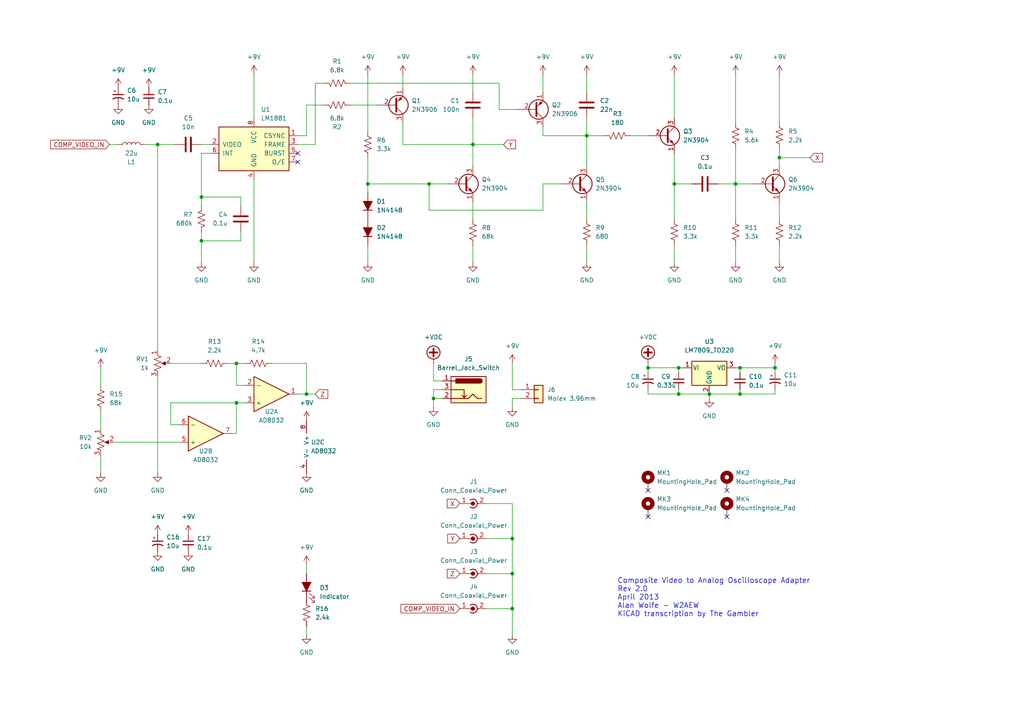
<source format=kicad_sch>
(kicad_sch (version 20211123) (generator eeschema)
  (paper "A4")
  (lib_symbols
    (symbol "Connector:Barrel_Jack_Switch" (pin_names hide)
      (property "Reference" "J" (at 0 5.334 0))
      (property "Value" "Barrel_Jack_Switch" (at 0 -5.08 0))
      (symbol "Barrel_Jack_Switch_0_1"
        (rectangle (start -5.08 3.81) (end 5.08 -3.81) (stroke (width 0.254)) (fill (type background)))
        (arc (start -3.302 3.175) (mid -3.937 2.54) (end -3.302 1.905) (stroke (width 0.254)))
        (arc (start -3.302 3.175) (mid -3.937 2.54) (end -3.302 1.905) (stroke (width 0.254)) (fill (type outline)))
        (polyline (pts (xy 1.27 -2.286) (xy 1.905 -1.651)) (stroke (width 0.254)))
        (polyline (pts (xy 5.08 2.54) (xy 3.81 2.54)) (stroke (width 0.254)))
        (polyline (pts (xy 5.08 0) (xy 1.27 0) (xy 1.27 -2.286) (xy 0.635 -1.651)) (stroke (width 0.254)))
        (polyline (pts (xy -3.81 -2.54) (xy -2.54 -2.54) (xy -1.27 -1.27) (xy 0 -2.54) (xy 2.54 -2.54) (xy 5.08 -2.54)) (stroke (width 0.254)))
        (rectangle (start 3.683 3.175) (end -3.302 1.905) (stroke (width 0.254)) (fill (type outline)))
      )
      (symbol "Barrel_Jack_Switch_1_1"
        (pin passive line (at 7.62 2.54 180) (length 2.54) (name "~") (number "1"))
        (pin passive line (at 7.62 -2.54 180) (length 2.54) (name "~") (number "2"))
        (pin passive line (at 7.62 0 180) (length 2.54) (name "~") (number "3"))
      )
    )
    (symbol "Connector:Conn_Coaxial_Power" (pin_names (offset 1.016) hide)
      (property "Reference" "J" (at -5.08 -1.27 90))
      (property "Value" "Conn_Coaxial_Power" (at -3.175 -1.27 90))
      (symbol "Conn_Coaxial_Power_0_1"
        (arc (start -1.27 -1.27) (mid 0 -2.54) (end 1.27 -1.27) (stroke (width 0.254)))
        (arc (start -1.016 -0.508) (mid -1.2048 -0.8684) (end -1.27 -1.27) (stroke (width 0.254)))
        (circle (center 0 -1.27) (radius 0.508) (stroke (width 0.2032)) (fill (type outline)))
        (polyline (pts (xy 0 -2.54) (xy 0 -3.048)))
        (polyline (pts (xy 0 0) (xy 0 -1.27)))
        (arc (start 1.27 -1.27) (mid 1.2048 -0.8684) (end 1.016 -0.508) (stroke (width 0.254)))
      )
      (symbol "Conn_Coaxial_Power_1_1"
        (pin passive line (at 0 2.54 270) (length 2.54) (name "In") (number "1"))
        (pin passive line (at 0 -5.08 90) (length 2.54) (name "Ext") (number "2"))
      )
    )
    (symbol "Connector_Generic:Conn_01x02" (pin_names (offset 1.016) hide)
      (property "Reference" "J" (at 0 2.54 0))
      (property "Value" "Conn_01x02" (at 0 -5.08 0))
      (symbol "Conn_01x02_1_1"
        (rectangle (start -1.27 -2.413) (end 0 -2.667) (stroke (width 0.1524)))
        (rectangle (start -1.27 0.127) (end 0 -0.127) (stroke (width 0.1524)))
        (rectangle (start -1.27 1.27) (end 1.27 -3.81) (stroke (width 0.254)) (fill (type background)))
        (pin passive line (at -5.08 0 0) (length 3.81) (name "Pin_1") (number "1"))
        (pin passive line (at -5.08 -2.54 0) (length 3.81) (name "Pin_2") (number "2"))
      )
    )
    (symbol "Device:C" (pin_numbers hide) (pin_names (offset 0.254))
      (property "Reference" "C" (at 0.635 2.54 0))
      (property "Value" "C" (at 0.635 -2.54 0))
      (symbol "C_0_1"
        (polyline (pts (xy -2.032 -0.762) (xy 2.032 -0.762)) (stroke (width 0.508)))
        (polyline (pts (xy -2.032 0.762) (xy 2.032 0.762)) (stroke (width 0.508)))
      )
      (symbol "C_1_1"
        (pin passive line (at 0 3.81 270) (length 2.794) (name "~") (number "1"))
        (pin passive line (at 0 -3.81 90) (length 2.794) (name "~") (number "2"))
      )
    )
    (symbol "Device:C_Polarized_Small_US" (pin_numbers hide) (pin_names (offset 0.254) hide)
      (property "Reference" "C" (at 0.254 1.778 0))
      (property "Value" "C_Polarized_Small_US" (at 0.254 -2.032 0))
      (symbol "C_Polarized_Small_US_0_1"
        (polyline (pts (xy -1.524 0.508) (xy 1.524 0.508)) (stroke (width 0.3048)))
        (polyline (pts (xy -1.27 1.524) (xy -0.762 1.524)))
        (polyline (pts (xy -1.016 1.27) (xy -1.016 1.778)))
        (arc (start 1.524 -0.762) (mid 0 -0.3734) (end -1.524 -0.762) (stroke (width 0.3048)))
      )
      (symbol "C_Polarized_Small_US_1_1"
        (pin passive line (at 0 2.54 270) (length 2.032) (name "~") (number "1"))
        (pin passive line (at 0 -2.54 90) (length 2.032) (name "~") (number "2"))
      )
    )
    (symbol "Device:C_Small" (pin_numbers hide) (pin_names (offset 0.254) hide)
      (property "Reference" "C" (at 0.254 1.778 0))
      (property "Value" "C_Small" (at 0.254 -2.032 0))
      (symbol "C_Small_0_1"
        (polyline (pts (xy -1.524 -0.508) (xy 1.524 -0.508)) (stroke (width 0.3302)))
        (polyline (pts (xy -1.524 0.508) (xy 1.524 0.508)) (stroke (width 0.3048)))
      )
      (symbol "C_Small_1_1"
        (pin passive line (at 0 2.54 270) (length 2.032) (name "~") (number "1"))
        (pin passive line (at 0 -2.54 90) (length 2.032) (name "~") (number "2"))
      )
    )
    (symbol "Device:D_Filled" (pin_numbers hide) (pin_names (offset 1.016) hide)
      (property "Reference" "D" (at 0 2.54 0))
      (property "Value" "D_Filled" (at 0 -2.54 0))
      (symbol "D_Filled_0_1"
        (polyline (pts (xy -1.27 1.27) (xy -1.27 -1.27)) (stroke (width 0.254)))
        (polyline (pts (xy 1.27 0) (xy -1.27 0)))
        (polyline (pts (xy 1.27 1.27) (xy 1.27 -1.27) (xy -1.27 0) (xy 1.27 1.27)) (stroke (width 0.254)) (fill (type outline)))
      )
      (symbol "D_Filled_1_1"
        (pin passive line (at -3.81 0 0) (length 2.54) (name "K") (number "1"))
        (pin passive line (at 3.81 0 180) (length 2.54) (name "A") (number "2"))
      )
    )
    (symbol "Device:L" (pin_numbers hide) (pin_names (offset 1.016) hide)
      (property "Reference" "L" (at -1.27 0 90))
      (property "Value" "L" (at 1.905 0 90))
      (symbol "L_0_1"
        (arc (start 0 -2.54) (mid 0.635 -1.905) (end 0 -1.27))
        (arc (start 0 -1.27) (mid 0.635 -0.635) (end 0 0))
        (arc (start 0 0) (mid 0.635 0.635) (end 0 1.27))
        (arc (start 0 1.27) (mid 0.635 1.905) (end 0 2.54))
      )
      (symbol "L_1_1"
        (pin passive line (at 0 3.81 270) (length 1.27) (name "1") (number "1"))
        (pin passive line (at 0 -3.81 90) (length 1.27) (name "2") (number "2"))
      )
    )
    (symbol "Device:LED_Filled" (pin_numbers hide) (pin_names (offset 1.016) hide)
      (property "Reference" "D" (at 0 2.54 0))
      (property "Value" "LED_Filled" (at 0 -2.54 0))
      (symbol "LED_Filled_0_1"
        (polyline (pts (xy -1.27 -1.27) (xy -1.27 1.27)) (stroke (width 0.254)))
        (polyline (pts (xy -1.27 0) (xy 1.27 0)))
        (polyline (pts (xy 1.27 -1.27) (xy 1.27 1.27) (xy -1.27 0) (xy 1.27 -1.27)) (stroke (width 0.254)) (fill (type outline)))
        (polyline (pts (xy -3.048 -0.762) (xy -4.572 -2.286) (xy -3.81 -2.286) (xy -4.572 -2.286) (xy -4.572 -1.524)))
        (polyline (pts (xy -1.778 -0.762) (xy -3.302 -2.286) (xy -2.54 -2.286) (xy -3.302 -2.286) (xy -3.302 -1.524)))
      )
      (symbol "LED_Filled_1_1"
        (pin passive line (at -3.81 0 0) (length 2.54) (name "K") (number "1"))
        (pin passive line (at 3.81 0 180) (length 2.54) (name "A") (number "2"))
      )
    )
    (symbol "Device:Opamp_Dual"
      (property "Reference" "U" (at 0 5.08 0))
      (property "Value" "Opamp_Dual" (at 0 -5.08 0))
      (symbol "Opamp_Dual_1_1"
        (polyline (pts (xy -5.08 5.08) (xy 5.08 0) (xy -5.08 -5.08) (xy -5.08 5.08)) (stroke (width 0.254)) (fill (type background)))
        (pin output line (at 7.62 0 180) (length 2.54) (name "~") (number "1"))
        (pin input line (at -7.62 -2.54 0) (length 2.54) (name "-") (number "2"))
        (pin input line (at -7.62 2.54 0) (length 2.54) (name "+") (number "3"))
      )
      (symbol "Opamp_Dual_2_1"
        (polyline (pts (xy -5.08 5.08) (xy 5.08 0) (xy -5.08 -5.08) (xy -5.08 5.08)) (stroke (width 0.254)) (fill (type background)))
        (pin input line (at -7.62 2.54 0) (length 2.54) (name "+") (number "5"))
        (pin input line (at -7.62 -2.54 0) (length 2.54) (name "-") (number "6"))
        (pin output line (at 7.62 0 180) (length 2.54) (name "~") (number "7"))
      )
      (symbol "Opamp_Dual_3_1"
        (pin power_in line (at -2.54 -7.62 90) (length 3.81) (name "V-") (number "4"))
        (pin power_in line (at -2.54 7.62 270) (length 3.81) (name "V+") (number "8"))
      )
    )
    (symbol "Device:R_Potentiometer_US" (pin_names (offset 1.016) hide)
      (property "Reference" "RV" (at -4.445 0 90))
      (property "Value" "R_Potentiometer_US" (at -2.54 0 90))
      (symbol "R_Potentiometer_US_0_1"
        (polyline (pts (xy 0 -2.286) (xy 0 -2.54)))
        (polyline (pts (xy 0 2.54) (xy 0 2.286)))
        (polyline (pts (xy 2.54 0) (xy 1.524 0)))
        (polyline (pts (xy 1.143 0) (xy 2.286 0.508) (xy 2.286 -0.508) (xy 1.143 0)) (fill (type outline)))
        (polyline (pts (xy 0 -0.762) (xy 1.016 -1.143) (xy 0 -1.524) (xy -1.016 -1.905) (xy 0 -2.286)))
        (polyline (pts (xy 0 0.762) (xy 1.016 0.381) (xy 0 0) (xy -1.016 -0.381) (xy 0 -0.762)))
        (polyline (pts (xy 0 2.286) (xy 1.016 1.905) (xy 0 1.524) (xy -1.016 1.143) (xy 0 0.762)))
      )
      (symbol "R_Potentiometer_US_1_1"
        (pin passive line (at 0 3.81 270) (length 1.27) (name "1") (number "1"))
        (pin passive line (at 3.81 0 180) (length 1.27) (name "2") (number "2"))
        (pin passive line (at 0 -3.81 90) (length 1.27) (name "3") (number "3"))
      )
    )
    (symbol "Device:R_US" (pin_numbers hide) (pin_names (offset 0))
      (property "Reference" "R" (at 2.54 0 90))
      (property "Value" "R_US" (at -2.54 0 90))
      (symbol "R_US_0_1"
        (polyline (pts (xy 0 -2.286) (xy 0 -2.54)))
        (polyline (pts (xy 0 2.286) (xy 0 2.54)))
        (polyline (pts (xy 0 -0.762) (xy 1.016 -1.143) (xy 0 -1.524) (xy -1.016 -1.905) (xy 0 -2.286)))
        (polyline (pts (xy 0 0.762) (xy 1.016 0.381) (xy 0 0) (xy -1.016 -0.381) (xy 0 -0.762)))
        (polyline (pts (xy 0 2.286) (xy 1.016 1.905) (xy 0 1.524) (xy -1.016 1.143) (xy 0 0.762)))
      )
      (symbol "R_US_1_1"
        (pin passive line (at 0 3.81 270) (length 1.27) (name "~") (number "1"))
        (pin passive line (at 0 -3.81 90) (length 1.27) (name "~") (number "2"))
      )
    )
    (symbol "Mechanical:MountingHole_Pad" (pin_numbers hide) (pin_names (offset 1.016) hide)
      (property "Reference" "H" (at 0 6.35 0))
      (property "Value" "MountingHole_Pad" (at 0 4.445 0))
      (symbol "MountingHole_Pad_0_1"
        (circle (center 0 1.27) (radius 1.27) (stroke (width 1.27)))
      )
      (symbol "MountingHole_Pad_1_1"
        (pin input line (at 0 -2.54 90) (length 2.54) (name "1") (number "1"))
      )
    )
    (symbol "Regulator_Linear:LM7809_TO220" (pin_names (offset 0.254))
      (property "Reference" "U" (at -3.81 3.175 0))
      (property "Value" "LM7809_TO220" (at 0 3.175 0))
      (symbol "LM7809_TO220_0_1"
        (rectangle (start -5.08 1.905) (end 5.08 -5.08) (stroke (width 0.254)) (fill (type background)))
      )
      (symbol "LM7809_TO220_1_1"
        (pin power_in line (at -7.62 0 0) (length 2.54) (name "VI") (number "1"))
        (pin power_in line (at 0 -7.62 90) (length 2.54) (name "GND") (number "2"))
        (pin power_out line (at 7.62 0 180) (length 2.54) (name "VO") (number "3"))
      )
    )
    (symbol "Transistor_BJT:2N3904" (pin_names (offset 0) hide)
      (property "Reference" "Q" (at 5.08 1.905 0))
      (property "Value" "2N3904" (at 5.08 0 0))
      (symbol "2N3904_0_1"
        (polyline (pts (xy 0.635 0.635) (xy 2.54 2.54)))
        (polyline (pts (xy 0.635 -0.635) (xy 2.54 -2.54) (xy 2.54 -2.54)))
        (polyline (pts (xy 0.635 1.905) (xy 0.635 -1.905) (xy 0.635 -1.905)) (stroke (width 0.508)))
        (polyline (pts (xy 1.27 -1.778) (xy 1.778 -1.27) (xy 2.286 -2.286) (xy 1.27 -1.778) (xy 1.27 -1.778)) (fill (type outline)))
        (circle (center 1.27 0) (radius 2.8194) (stroke (width 0.254)))
      )
      (symbol "2N3904_1_1"
        (pin passive line (at 2.54 -5.08 90) (length 2.54) (name "E") (number "1"))
        (pin passive line (at -5.08 0 0) (length 5.715) (name "B") (number "2"))
        (pin passive line (at 2.54 5.08 270) (length 2.54) (name "C") (number "3"))
      )
    )
    (symbol "Transistor_BJT:2N3906" (pin_names (offset 0) hide)
      (property "Reference" "Q" (at 5.08 1.905 0))
      (property "Value" "2N3906" (at 5.08 0 0))
      (symbol "2N3906_0_1"
        (polyline (pts (xy 0.635 0.635) (xy 2.54 2.54)))
        (polyline (pts (xy 0.635 -0.635) (xy 2.54 -2.54) (xy 2.54 -2.54)))
        (polyline (pts (xy 0.635 1.905) (xy 0.635 -1.905) (xy 0.635 -1.905)) (stroke (width 0.508)))
        (polyline (pts (xy 2.286 -1.778) (xy 1.778 -2.286) (xy 1.27 -1.27) (xy 2.286 -1.778) (xy 2.286 -1.778)) (fill (type outline)))
        (circle (center 1.27 0) (radius 2.8194) (stroke (width 0.254)))
      )
      (symbol "2N3906_1_1"
        (pin passive line (at 2.54 -5.08 90) (length 2.54) (name "E") (number "1"))
        (pin input line (at -5.08 0 0) (length 5.715) (name "B") (number "2"))
        (pin passive line (at 2.54 5.08 270) (length 2.54) (name "C") (number "3"))
      )
    )
    (symbol "Video:LM1881" (pin_names (offset 1.016))
      (property "Reference" "U" (at -8.89 8.89 0))
      (property "Value" "LM1881" (at 6.35 8.89 0))
      (symbol "LM1881_0_1"
        (rectangle (start -10.16 7.62) (end 10.16 -5.08) (stroke (width 0.254)) (fill (type background)))
      )
      (symbol "LM1881_1_1"
        (pin output line (at 12.7 5.08 180) (length 2.54) (name "CSYNC") (number "1"))
        (pin input line (at -12.7 2.54 0) (length 2.54) (name "VIDEO") (number "2"))
        (pin output line (at 12.7 2.54 180) (length 2.54) (name "FRAME") (number "3"))
        (pin power_in line (at 0 -7.62 90) (length 2.54) (name "GND") (number "4"))
        (pin output line (at 12.7 0 180) (length 2.54) (name "BURST") (number "5"))
        (pin input line (at -12.7 0 0) (length 2.54) (name "INT") (number "6"))
        (pin output line (at 12.7 -2.54 180) (length 2.54) (name "O/E") (number "7"))
        (pin power_in line (at 0 10.16 270) (length 2.54) (name "VCC") (number "8"))
      )
    )
    (symbol "power:+9V" (power) (pin_names (offset 0))
      (property "Value" "+9V" (at 0 3.556 0))
      (symbol "+9V_0_1"
        (polyline (pts (xy -0.762 1.27) (xy 0 2.54)))
        (polyline (pts (xy 0 0) (xy 0 2.54)))
        (polyline (pts (xy 0 2.54) (xy 0.762 1.27)))
      )
      (symbol "+9V_1_1"
        (pin power_in line (at 0 0 90) (length 0) hide (name "+9V") (number "1"))
      )
    )
    (symbol "power:+VDC" (power) (pin_names (offset 0))
      (property "Value" "+VDC" (at 0 6.35 0))
      (symbol "+VDC_0_1"
        (polyline (pts (xy -1.143 3.175) (xy 1.143 3.175)) (stroke (width 0.508)))
        (polyline (pts (xy 0 0) (xy 0 1.27)))
        (polyline (pts (xy 0 2.032) (xy 0 4.318)) (stroke (width 0.508)))
        (circle (center 0 3.175) (radius 1.905) (stroke (width 0.254)))
      )
      (symbol "+VDC_1_1"
        (pin power_in line (at 0 0 90) (length 0) hide (name "+VDC") (number "1"))
      )
    )
    (symbol "power:GND" (power) (pin_names (offset 0))
      (property "Value" "GND" (at 0 -3.81 0))
      (symbol "GND_0_1"
        (polyline (pts (xy 0 0) (xy 0 -1.27) (xy 1.27 -1.27) (xy 0 -2.54) (xy -1.27 -1.27) (xy 0 -1.27)))
      )
      (symbol "GND_1_1"
        (pin power_in line (at 0 0 270) (length 0) hide (name "GND") (number "1"))
      )
    )
  )
  (junction (at 205.74 114.3))
  (junction (at 196.85 106.68))
  (junction (at 148.59 166.37))
  (junction (at 125.73 115.57))
  (junction (at 58.42 69.85))
  (junction (at 88.9 114.3))
  (junction (at 214.63 114.3))
  (junction (at 195.58 53.34))
  (junction (at 68.58 105.41))
  (junction (at 196.85 114.3))
  (junction (at 106.68 53.34))
  (junction (at 224.79 106.68))
  (junction (at 68.58 116.84))
  (junction (at 214.63 106.68))
  (junction (at 58.42 57.15))
  (junction (at 213.36 53.34))
  (junction (at 148.59 156.21))
  (junction (at 226.06 45.72))
  (junction (at 137.16 41.91))
  (junction (at 45.72 41.91))
  (junction (at 148.59 176.53))
  (junction (at 124.46 53.34))
  (junction (at 187.96 106.68))
  (junction (at 170.18 39.37))
  (no_connect (at 86.36 46.99))
  (no_connect (at 86.36 44.45))
  (no_connect (at 210.82 149.86))
  (no_connect (at 187.96 149.86))
  (no_connect (at 187.96 142.24))
  (no_connect (at 210.82 142.24))
  (wire (pts (xy 86.36 39.37) (xy 88.9 39.37)))
  (wire (pts (xy 195.58 53.34) (xy 195.58 63.5)))
  (wire (pts (xy 66.04 105.41) (xy 68.58 105.41)))
  (wire (pts (xy 170.18 21.59) (xy 170.18 26.67)))
  (wire (pts (xy 101.6 24.13) (xy 144.78 24.13)))
  (wire (pts (xy 213.36 106.68) (xy 214.63 106.68)))
  (wire (pts (xy 182.88 39.37) (xy 187.96 39.37)))
  (wire (pts (xy 140.97 146.05) (xy 148.59 146.05)))
  (wire (pts (xy 88.9 163.83) (xy 88.9 166.37)))
  (wire (pts (xy 29.21 119.38) (xy 29.21 124.46)))
  (wire (pts (xy 205.74 114.3) (xy 205.74 115.57)))
  (wire (pts (xy 226.06 71.12) (xy 226.06 76.2)))
  (wire (pts (xy 137.16 41.91) (xy 137.16 48.26)))
  (wire (pts (xy 125.73 110.49) (xy 128.27 110.49)))
  (wire (pts (xy 125.73 105.41) (xy 125.73 110.49)))
  (wire (pts (xy 148.59 166.37) (xy 148.59 176.53)))
  (wire (pts (xy 195.58 71.12) (xy 195.58 76.2)))
  (wire (pts (xy 148.59 105.41) (xy 148.59 113.03)))
  (wire (pts (xy 86.36 41.91) (xy 91.44 41.91)))
  (wire (pts (xy 170.18 34.29) (xy 170.18 39.37)))
  (wire (pts (xy 88.9 114.3) (xy 86.36 114.3)))
  (wire (pts (xy 144.78 31.75) (xy 144.78 24.13)))
  (wire (pts (xy 140.97 176.53) (xy 148.59 176.53)))
  (wire (pts (xy 205.74 114.3) (xy 214.63 114.3)))
  (wire (pts (xy 226.06 45.72) (xy 234.95 45.72)))
  (wire (pts (xy 137.16 71.12) (xy 137.16 76.2)))
  (wire (pts (xy 140.97 156.21) (xy 148.59 156.21)))
  (wire (pts (xy 69.85 67.31) (xy 69.85 69.85)))
  (wire (pts (xy 170.18 71.12) (xy 170.18 76.2)))
  (wire (pts (xy 69.85 69.85) (xy 58.42 69.85)))
  (wire (pts (xy 58.42 69.85) (xy 58.42 76.2)))
  (wire (pts (xy 213.36 53.34) (xy 213.36 63.5)))
  (wire (pts (xy 148.59 156.21) (xy 148.59 166.37)))
  (wire (pts (xy 226.06 43.18) (xy 226.06 45.72)))
  (wire (pts (xy 196.85 106.68) (xy 196.85 107.95)))
  (wire (pts (xy 69.85 57.15) (xy 58.42 57.15)))
  (wire (pts (xy 148.59 113.03) (xy 151.13 113.03)))
  (wire (pts (xy 195.58 21.59) (xy 195.58 34.29)))
  (wire (pts (xy 140.97 166.37) (xy 148.59 166.37)))
  (wire (pts (xy 116.84 41.91) (xy 137.16 41.91)))
  (wire (pts (xy 101.6 30.48) (xy 109.22 30.48)))
  (wire (pts (xy 41.91 41.91) (xy 45.72 41.91)))
  (wire (pts (xy 157.48 36.83) (xy 157.48 39.37)))
  (wire (pts (xy 106.68 21.59) (xy 106.68 38.1)))
  (wire (pts (xy 71.12 111.76) (xy 68.58 111.76)))
  (wire (pts (xy 45.72 41.91) (xy 45.72 101.6)))
  (wire (pts (xy 213.36 71.12) (xy 213.36 76.2)))
  (wire (pts (xy 31.75 41.91) (xy 34.29 41.91)))
  (wire (pts (xy 49.53 123.19) (xy 49.53 116.84)))
  (wire (pts (xy 214.63 106.68) (xy 224.79 106.68)))
  (wire (pts (xy 29.21 132.08) (xy 29.21 137.16)))
  (wire (pts (xy 106.68 45.72) (xy 106.68 53.34)))
  (wire (pts (xy 88.9 181.61) (xy 88.9 184.15)))
  (wire (pts (xy 45.72 41.91) (xy 50.8 41.91)))
  (wire (pts (xy 213.36 43.18) (xy 213.36 53.34)))
  (wire (pts (xy 213.36 53.34) (xy 218.44 53.34)))
  (wire (pts (xy 224.79 106.68) (xy 224.79 107.95)))
  (wire (pts (xy 187.96 105.41) (xy 187.96 106.68)))
  (wire (pts (xy 196.85 113.03) (xy 196.85 114.3)))
  (wire (pts (xy 157.48 53.34) (xy 157.48 60.96)))
  (wire (pts (xy 88.9 105.41) (xy 88.9 114.3)))
  (wire (pts (xy 226.06 58.42) (xy 226.06 63.5)))
  (wire (pts (xy 91.44 24.13) (xy 93.98 24.13)))
  (wire (pts (xy 162.56 53.34) (xy 157.48 53.34)))
  (wire (pts (xy 33.02 128.27) (xy 52.07 128.27)))
  (wire (pts (xy 213.36 21.59) (xy 213.36 35.56)))
  (wire (pts (xy 214.63 113.03) (xy 214.63 114.3)))
  (wire (pts (xy 148.59 146.05) (xy 148.59 156.21)))
  (wire (pts (xy 157.48 21.59) (xy 157.48 26.67)))
  (wire (pts (xy 195.58 44.45) (xy 195.58 53.34)))
  (wire (pts (xy 137.16 41.91) (xy 146.05 41.91)))
  (wire (pts (xy 106.68 53.34) (xy 124.46 53.34)))
  (wire (pts (xy 125.73 115.57) (xy 125.73 118.11)))
  (wire (pts (xy 91.44 41.91) (xy 91.44 24.13)))
  (wire (pts (xy 170.18 39.37) (xy 170.18 48.26)))
  (wire (pts (xy 124.46 53.34) (xy 129.54 53.34)))
  (wire (pts (xy 68.58 125.73) (xy 67.31 125.73)))
  (wire (pts (xy 73.66 52.07) (xy 73.66 76.2)))
  (wire (pts (xy 148.59 176.53) (xy 148.59 184.15)))
  (wire (pts (xy 196.85 114.3) (xy 205.74 114.3)))
  (wire (pts (xy 148.59 115.57) (xy 148.59 118.11)))
  (wire (pts (xy 128.27 115.57) (xy 125.73 115.57)))
  (wire (pts (xy 29.21 106.68) (xy 29.21 111.76)))
  (wire (pts (xy 106.68 71.12) (xy 106.68 76.2)))
  (wire (pts (xy 149.86 31.75) (xy 144.78 31.75)))
  (wire (pts (xy 208.28 53.34) (xy 213.36 53.34)))
  (wire (pts (xy 60.96 44.45) (xy 58.42 44.45)))
  (wire (pts (xy 52.07 123.19) (xy 49.53 123.19)))
  (wire (pts (xy 151.13 115.57) (xy 148.59 115.57)))
  (wire (pts (xy 128.27 113.03) (xy 125.73 113.03)))
  (wire (pts (xy 187.96 113.03) (xy 187.96 114.3)))
  (wire (pts (xy 58.42 57.15) (xy 58.42 59.69)))
  (wire (pts (xy 71.12 116.84) (xy 68.58 116.84)))
  (wire (pts (xy 214.63 114.3) (xy 224.79 114.3)))
  (wire (pts (xy 58.42 67.31) (xy 58.42 69.85)))
  (wire (pts (xy 195.58 53.34) (xy 200.66 53.34)))
  (wire (pts (xy 49.53 116.84) (xy 68.58 116.84)))
  (wire (pts (xy 88.9 39.37) (xy 88.9 30.48)))
  (wire (pts (xy 137.16 34.29) (xy 137.16 41.91)))
  (wire (pts (xy 73.66 21.59) (xy 73.66 34.29)))
  (wire (pts (xy 68.58 116.84) (xy 68.58 125.73)))
  (wire (pts (xy 68.58 105.41) (xy 71.12 105.41)))
  (wire (pts (xy 49.53 105.41) (xy 58.42 105.41)))
  (wire (pts (xy 68.58 105.41) (xy 68.58 111.76)))
  (wire (pts (xy 170.18 39.37) (xy 175.26 39.37)))
  (wire (pts (xy 226.06 45.72) (xy 226.06 48.26)))
  (wire (pts (xy 187.96 106.68) (xy 196.85 106.68)))
  (wire (pts (xy 45.72 109.22) (xy 45.72 137.16)))
  (wire (pts (xy 124.46 60.96) (xy 124.46 53.34)))
  (wire (pts (xy 137.16 21.59) (xy 137.16 26.67)))
  (wire (pts (xy 58.42 41.91) (xy 60.96 41.91)))
  (wire (pts (xy 78.74 105.41) (xy 88.9 105.41)))
  (wire (pts (xy 224.79 113.03) (xy 224.79 114.3)))
  (wire (pts (xy 196.85 106.68) (xy 198.12 106.68)))
  (wire (pts (xy 137.16 58.42) (xy 137.16 63.5)))
  (wire (pts (xy 214.63 106.68) (xy 214.63 107.95)))
  (wire (pts (xy 157.48 60.96) (xy 124.46 60.96)))
  (wire (pts (xy 224.79 106.68) (xy 224.79 105.41)))
  (wire (pts (xy 69.85 59.69) (xy 69.85 57.15)))
  (wire (pts (xy 125.73 113.03) (xy 125.73 115.57)))
  (wire (pts (xy 157.48 39.37) (xy 170.18 39.37)))
  (wire (pts (xy 187.96 114.3) (xy 196.85 114.3)))
  (wire (pts (xy 58.42 44.45) (xy 58.42 57.15)))
  (wire (pts (xy 106.68 53.34) (xy 106.68 55.88)))
  (wire (pts (xy 88.9 114.3) (xy 91.44 114.3)))
  (wire (pts (xy 116.84 35.56) (xy 116.84 41.91)))
  (wire (pts (xy 170.18 58.42) (xy 170.18 63.5)))
  (wire (pts (xy 88.9 30.48) (xy 93.98 30.48)))
  (wire (pts (xy 187.96 106.68) (xy 187.96 107.95)))
  (wire (pts (xy 116.84 21.59) (xy 116.84 25.4)))
  (wire (pts (xy 226.06 21.59) (xy 226.06 35.56)))
  (text "Composite Video to Analog Oscilloscope Adapter\nRev 2.0\nApril 2013\nAlan Wolfe - W2AEW\nKiCAD transcription by The Gambler" (at 179.07 179.07 0) (effects (font (size 1.5 1.5)) (justify left bottom)))
  (global_label "X" (shape input) (at 234.95 45.72 0) (property "Intersheet References" "${INTERSHEET_REFS}" (effects hide)))
  (global_label "COMP_VIDEO_IN" (shape input) (at 133.35 176.53 180) (property "Intersheet References" "${INTERSHEET_REFS}" (effects hide)))
  (global_label "Y" (shape input) (at 146.05 41.91 0) (property "Intersheet References" "${INTERSHEET_REFS}" (effects hide)))
  (global_label "COMP_VIDEO_IN" (shape input) (at 31.75 41.91 180) (property "Intersheet References" "${INTERSHEET_REFS}" (effects hide)))
  (global_label "Y" (shape input) (at 133.35 156.21 180) (property "Intersheet References" "${INTERSHEET_REFS}" (effects hide)))
  (global_label "Z" (shape input) (at 91.44 114.3 0) (property "Intersheet References" "${INTERSHEET_REFS}" (effects hide)))
  (global_label "X" (shape input) (at 133.35 146.05 180) (property "Intersheet References" "${INTERSHEET_REFS}" (effects hide)))
  (global_label "Z" (shape input) (at 133.35 166.37 180) (property "Intersheet References" "${INTERSHEET_REFS}" (effects hide)))
  (symbol (lib_id "power:+9V") (at 116.84 21.59 0) (unit 1)
    (property "Reference" "#PWR0104" (effects hide))
    (property "Value" "+9V" (at 116.84 16.51 0))
  )
  (symbol (lib_id "power:+9V") (at 29.21 106.68 0) (unit 1)
    (property "Reference" "#PWR0108" (effects hide))
    (property "Value" "+9V" (at 29.21 101.6 0))
  )
  (symbol (lib_id "power:GND") (at 73.66 76.2 0) (unit 1)
    (property "Reference" "#PWR0122" (effects hide))
    (property "Value" "GND" (at 73.66 81.28 0))
  )
  (symbol (lib_id "Device:C_Polarized_Small_US") (at 45.72 157.48 0) (unit 1)
    (property "Reference" "C16" (at 48.26 155.7781 0) (effects (justify left)))
    (property "Value" "10u" (at 48.26 158.3181 0) (effects (justify left)))
    (property "Footprint" "Capacitor_SMD:CP_Elec_5x5.9" (effects hide))
  )
  (symbol (lib_id "power:GND") (at 148.59 118.11 0) (unit 1)
    (property "Reference" "#PWR0124" (effects hide))
    (property "Value" "GND" (at 148.59 123.19 0))
  )
  (symbol (lib_id "power:+9V") (at 54.61 154.94 0) (unit 1)
    (property "Reference" "#PWR018" (effects hide))
    (property "Value" "+9V" (at 54.61 149.86 0))
  )
  (symbol (lib_id "Device:R_US") (at 97.79 30.48 90) (mirror x) (unit 1)
    (property "Reference" "R2" (at 97.79 36.83 90))
    (property "Value" "6.8k" (at 97.79 34.29 90))
    (property "Footprint" "Resistor_SMD:R_0805_2012Metric_Pad1.20x1.40mm_HandSolder" (effects hide))
  )
  (symbol (lib_id "Device:C") (at 69.85 63.5 0) (mirror x) (unit 1)
    (property "Reference" "C4" (at 66.04 62.2299 0) (effects (justify right)))
    (property "Value" "0.1u" (at 66.04 64.7699 0) (effects (justify right)))
    (property "Footprint" "Capacitor_SMD:C_0805_2012Metric_Pad1.18x1.45mm_HandSolder" (effects hide))
  )
  (symbol (lib_id "power:GND") (at 29.21 137.16 0) (unit 1)
    (property "Reference" "#PWR0109" (effects hide))
    (property "Value" "GND" (at 29.21 142.24 0))
  )
  (symbol (lib_id "power:GND") (at 45.72 137.16 0) (unit 1)
    (property "Reference" "#PWR0110" (effects hide))
    (property "Value" "GND" (at 45.72 142.24 0))
  )
  (symbol (lib_id "power:+9V") (at 88.9 163.83 0) (unit 1)
    (property "Reference" "#PWR0127" (effects hide))
    (property "Value" "+9V" (at 88.9 158.75 0))
  )
  (symbol (lib_id "Device:L") (at 38.1 41.91 90) (unit 1)
    (property "Reference" "L1" (at 38.1 46.99 90))
    (property "Value" "22u" (at 38.1 44.45 90))
    (property "Footprint" "Inductor_SMD:L_10.4x10.4_H4.8" (effects hide))
  )
  (symbol (lib_id "power:+9V") (at 148.59 105.41 0) (unit 1)
    (property "Reference" "#PWR0125" (effects hide))
    (property "Value" "+9V" (at 148.59 100.33 0))
  )
  (symbol (lib_id "Device:R_US") (at 213.36 67.31 0) (unit 1)
    (property "Reference" "R11" (at 215.9 66.0399 0) (effects (justify left)))
    (property "Value" "3.3k" (at 215.9 68.5799 0) (effects (justify left)))
    (property "Footprint" "Resistor_SMD:R_0805_2012Metric_Pad1.20x1.40mm_HandSolder" (effects hide))
  )
  (symbol (lib_id "Connector_Generic:Conn_01x02") (at 156.21 113.03 0) (unit 1)
    (property "Reference" "J6" (at 158.75 113.0299 0) (effects (justify left)))
    (property "Value" "Molex 3.96mm" (at 158.75 115.5699 0) (effects (justify left)))
    (property "Footprint" "Connector_Molex:Molex_KK-396_A-41791-0002_1x02_P3.96mm_Vertical" (effects hide))
  )
  (symbol (lib_id "Device:C") (at 170.18 30.48 180) (unit 1)
    (property "Reference" "C2" (at 173.99 29.2099 0) (effects (justify right)))
    (property "Value" "22n" (at 173.99 31.7499 0) (effects (justify right)))
    (property "Footprint" "Capacitor_SMD:C_0805_2012Metric_Pad1.18x1.45mm_HandSolder" (effects hide))
  )
  (symbol (lib_id "power:+VDC") (at 187.96 105.41 0) (unit 1)
    (property "Reference" "#PWR06" (effects hide))
    (property "Value" "+VDC" (at 187.96 97.79 0))
  )
  (symbol (lib_id "power:GND") (at 45.72 160.02 0) (unit 1)
    (property "Reference" "#PWR019" (effects hide))
    (property "Value" "GND" (at 45.72 165.1 0))
  )
  (symbol (lib_id "Device:R_US") (at 195.58 67.31 0) (unit 1)
    (property "Reference" "R10" (at 198.12 66.0399 0) (effects (justify left)))
    (property "Value" "3.3k" (at 198.12 68.5799 0) (effects (justify left)))
    (property "Footprint" "Resistor_SMD:R_0805_2012Metric_Pad1.20x1.40mm_HandSolder" (effects hide))
  )
  (symbol (lib_id "power:+9V") (at 73.66 21.59 0) (unit 1)
    (property "Reference" "#PWR0101" (effects hide))
    (property "Value" "+9V" (at 73.66 16.51 0))
  )
  (symbol (lib_id "power:GND") (at 88.9 137.16 0) (unit 1)
    (property "Reference" "#PWR0111" (effects hide))
    (property "Value" "GND" (at 88.9 142.24 0))
  )
  (symbol (lib_id "Regulator_Linear:LM7809_TO220") (at 205.74 106.68 0) (unit 1)
    (property "Reference" "U3" (at 205.74 99.06 0))
    (property "Value" "LM7809_TO220" (at 205.74 101.6 0))
    (property "Footprint" "Package_TO_SOT_SMD:SOT-223" (effects hide))
    (property "Datasheet" "https://www.onsemi.cn/PowerSolutions/document/MC7800-D.PDF" (effects hide))
  )
  (symbol (lib_id "power:+9V") (at 88.9 121.92 0) (unit 1)
    (property "Reference" "#PWR0112" (effects hide))
    (property "Value" "+9V" (at 88.9 116.84 0))
  )
  (symbol (lib_id "Mechanical:MountingHole_Pad") (at 210.82 139.7 0) (unit 1)
    (property "Reference" "MK2" (at 213.36 137.1599 0) (effects (justify left)))
    (property "Value" "MountingHole_Pad" (at 213.36 139.6999 0) (effects (justify left)))
    (property "Footprint" "MountingHole:MountingHole_3.2mm_M3_DIN965" (effects hide))
  )
  (symbol (lib_id "Device:C") (at 204.47 53.34 90) (unit 1)
    (property "Reference" "C3" (at 204.47 45.72 90))
    (property "Value" "0.1u" (at 204.47 48.26 90))
    (property "Footprint" "Capacitor_SMD:C_0805_2012Metric_Pad1.18x1.45mm_HandSolder" (effects hide))
  )
  (symbol (lib_id "power:GND") (at 88.9 184.15 0) (unit 1)
    (property "Reference" "#PWR0126" (effects hide))
    (property "Value" "GND" (at 88.9 189.23 0))
  )
  (symbol (lib_id "Device:C_Small") (at 54.61 157.48 0) (unit 1)
    (property "Reference" "C17" (at 57.15 156.2162 0) (effects (justify left)))
    (property "Value" "0.1u" (at 57.15 158.7562 0) (effects (justify left)))
    (property "Footprint" "Capacitor_SMD:C_0805_2012Metric_Pad1.18x1.45mm_HandSolder" (effects hide))
  )
  (symbol (lib_id "Transistor_BJT:2N3906") (at 154.94 31.75 0) (mirror x) (unit 1)
    (property "Reference" "Q2" (at 160.02 30.4799 0) (effects (justify left)))
    (property "Value" "2N3906" (at 160.02 33.0199 0) (effects (justify left)))
    (property "Footprint" "Package_TO_SOT_SMD:SOT-23" (effects hide))
    (property "Datasheet" "https://www.onsemi.com/pub/Collateral/2N3906-D.PDF" (effects hide))
  )
  (symbol (lib_id "Device:R_US") (at 58.42 63.5 0) (mirror x) (unit 1)
    (property "Reference" "R7" (at 55.88 62.2299 0) (effects (justify right)))
    (property "Value" "680k" (at 55.88 64.7699 0) (effects (justify right)))
    (property "Footprint" "Resistor_SMD:R_0805_2012Metric_Pad1.20x1.40mm_HandSolder" (effects hide))
  )
  (symbol (lib_id "Device:R_US") (at 88.9 177.8 0) (unit 1)
    (property "Reference" "R16" (at 91.44 176.5299 0) (effects (justify left)))
    (property "Value" "2.4k" (at 91.44 179.0699 0) (effects (justify left)))
    (property "Footprint" "Resistor_SMD:R_0805_2012Metric_Pad1.20x1.40mm_HandSolder" (effects hide))
  )
  (symbol (lib_id "Device:R_US") (at 97.79 24.13 270) (mirror x) (unit 1)
    (property "Reference" "R1" (at 97.79 17.78 90))
    (property "Value" "6.8k" (at 97.79 20.32 90))
    (property "Footprint" "Resistor_SMD:R_0805_2012Metric_Pad1.20x1.40mm_HandSolder" (effects hide))
  )
  (symbol (lib_id "power:GND") (at 106.68 76.2 0) (unit 1)
    (property "Reference" "#PWR0107" (effects hide))
    (property "Value" "GND" (at 106.68 81.28 0))
  )
  (symbol (lib_id "Mechanical:MountingHole_Pad") (at 187.96 147.32 0) (unit 1)
    (property "Reference" "MK3" (at 190.5 144.7799 0) (effects (justify left)))
    (property "Value" "MountingHole_Pad" (at 190.5 147.3199 0) (effects (justify left)))
    (property "Footprint" "MountingHole:MountingHole_3.2mm_M3_DIN965" (effects hide))
  )
  (symbol (lib_id "Device:R_US") (at 179.07 39.37 270) (mirror x) (unit 1)
    (property "Reference" "R3" (at 179.07 33.02 90))
    (property "Value" "180" (at 179.07 35.56 90))
    (property "Footprint" "Resistor_SMD:R_0805_2012Metric_Pad1.20x1.40mm_HandSolder" (effects hide))
  )
  (symbol (lib_id "power:+9V") (at 106.68 21.59 0) (unit 1)
    (property "Reference" "#PWR0105" (effects hide))
    (property "Value" "+9V" (at 106.68 16.51 0))
  )
  (symbol (lib_id "Device:R_Potentiometer_US") (at 45.72 105.41 0) (unit 1)
    (property "Reference" "RV1" (at 43.18 104.1399 0) (effects (justify right)))
    (property "Value" "1k" (at 43.18 106.6799 0) (effects (justify right)))
    (property "Footprint" "Potentiometer_THT:Potentiometer_Piher_PC-16_Single_Vertical" (effects hide))
  )
  (symbol (lib_id "power:GND") (at 54.61 160.02 0) (unit 1)
    (property "Reference" "#PWR020" (effects hide))
    (property "Value" "GND" (at 54.61 165.1 0))
  )
  (symbol (lib_id "Device:C_Small") (at 43.18 27.94 0) (unit 1)
    (property "Reference" "C7" (at 45.72 26.6762 0) (effects (justify left)))
    (property "Value" "0.1u" (at 45.72 29.2162 0) (effects (justify left)))
    (property "Footprint" "Capacitor_SMD:C_0805_2012Metric_Pad1.18x1.45mm_HandSolder" (effects hide))
  )
  (symbol (lib_id "Device:Opamp_Dual") (at 91.44 129.54 0) (unit 3)
    (property "Reference" "U2" (at 90.17 128.2699 0) (effects (justify left)))
    (property "Value" "AD8032" (at 90.17 130.8099 0) (effects (justify left)))
    (property "Footprint" "Package_SO:SOIC-8-1EP_3.9x4.9mm_P1.27mm_EP2.29x3mm" (effects hide))
  )
  (symbol (lib_id "Device:R_US") (at 29.21 115.57 0) (unit 1)
    (property "Reference" "R15" (at 31.75 114.2999 0) (effects (justify left)))
    (property "Value" "68k" (at 31.75 116.8399 0) (effects (justify left)))
    (property "Footprint" "Resistor_SMD:R_0805_2012Metric_Pad1.20x1.40mm_HandSolder" (effects hide))
  )
  (symbol (lib_id "Transistor_BJT:2N3904") (at 193.04 39.37 0) (unit 1)
    (property "Reference" "Q3" (at 198.12 38.0999 0) (effects (justify left)))
    (property "Value" "2N3904" (at 198.12 40.6399 0) (effects (justify left)))
    (property "Footprint" "Package_TO_SOT_SMD:SOT-23" (effects hide))
    (property "Datasheet" "https://www.onsemi.com/pub/Collateral/2N3903-D.PDF" (effects hide))
  )
  (symbol (lib_id "Transistor_BJT:2N3904") (at 223.52 53.34 0) (unit 1)
    (property "Reference" "Q6" (at 228.6 52.0699 0) (effects (justify left)))
    (property "Value" "2N3904" (at 228.6 54.6099 0) (effects (justify left)))
    (property "Footprint" "Package_TO_SOT_SMD:SOT-23" (effects hide))
    (property "Datasheet" "https://www.onsemi.com/pub/Collateral/2N3903-D.PDF" (effects hide))
  )
  (symbol (lib_id "power:+VDC") (at 125.73 105.41 0) (unit 1)
    (property "Reference" "#PWR05" (effects hide))
    (property "Value" "+VDC" (at 125.73 97.79 0))
  )
  (symbol (lib_id "Device:R_US") (at 106.68 41.91 0) (unit 1)
    (property "Reference" "R6" (at 109.22 40.6399 0) (effects (justify left)))
    (property "Value" "3.3k" (at 109.22 43.1799 0) (effects (justify left)))
    (property "Footprint" "Resistor_SMD:R_0805_2012Metric_Pad1.20x1.40mm_HandSolder" (effects hide))
  )
  (symbol (lib_id "power:+9V") (at 226.06 21.59 0) (unit 1)
    (property "Reference" "#PWR0118" (effects hide))
    (property "Value" "+9V" (at 226.06 16.51 0))
  )
  (symbol (lib_id "Device:D_Filled") (at 106.68 67.31 90) (unit 1)
    (property "Reference" "D2" (at 109.22 66.0399 90) (effects (justify right)))
    (property "Value" "1N4148" (at 109.22 68.5799 90) (effects (justify right)))
    (property "Footprint" "Diode_SMD:D_SOD-123" (effects hide))
  )
  (symbol (lib_id "power:GND") (at 195.58 76.2 0) (unit 1)
    (property "Reference" "#PWR0114" (effects hide))
    (property "Value" "GND" (at 195.58 81.28 0))
  )
  (symbol (lib_id "power:GND") (at 226.06 76.2 0) (unit 1)
    (property "Reference" "#PWR0116" (effects hide))
    (property "Value" "GND" (at 226.06 81.28 0))
  )
  (symbol (lib_id "Device:C_Polarized_Small_US") (at 34.29 27.94 0) (unit 1)
    (property "Reference" "C6" (at 36.83 26.2381 0) (effects (justify left)))
    (property "Value" "10u" (at 36.83 28.7781 0) (effects (justify left)))
    (property "Footprint" "Capacitor_SMD:CP_Elec_5x5.9" (effects hide))
  )
  (symbol (lib_id "Mechanical:MountingHole_Pad") (at 187.96 139.7 0) (unit 1)
    (property "Reference" "MK1" (at 190.5 137.1599 0) (effects (justify left)))
    (property "Value" "MountingHole_Pad" (at 190.5 139.6999 0) (effects (justify left)))
    (property "Footprint" "MountingHole:MountingHole_3.2mm_M3_DIN965" (effects hide))
  )
  (symbol (lib_id "Device:R_US") (at 226.06 67.31 0) (unit 1)
    (property "Reference" "R12" (at 228.6 66.0399 0) (effects (justify left)))
    (property "Value" "2.2k" (at 228.6 68.5799 0) (effects (justify left)))
    (property "Footprint" "Resistor_SMD:R_0805_2012Metric_Pad1.20x1.40mm_HandSolder" (effects hide))
  )
  (symbol (lib_id "power:+9V") (at 213.36 21.59 0) (unit 1)
    (property "Reference" "#PWR0117" (effects hide))
    (property "Value" "+9V" (at 213.36 16.51 0))
  )
  (symbol (lib_id "Device:C_Small") (at 196.85 110.49 0) (mirror y) (unit 1)
    (property "Reference" "C9" (at 191.77 109.22 0) (effects (justify right)))
    (property "Value" "0.33u" (at 190.5 111.76 0) (effects (justify right)))
    (property "Footprint" "Capacitor_SMD:C_0805_2012Metric_Pad1.18x1.45mm_HandSolder" (effects hide))
  )
  (symbol (lib_id "power:GND") (at 137.16 76.2 0) (unit 1)
    (property "Reference" "#PWR0106" (effects hide))
    (property "Value" "GND" (at 137.16 81.28 0))
  )
  (symbol (lib_id "power:+9V") (at 137.16 21.59 0) (unit 1)
    (property "Reference" "#PWR0103" (effects hide))
    (property "Value" "+9V" (at 137.16 16.51 0))
  )
  (symbol (lib_id "power:GND") (at 148.59 184.15 0) (unit 1)
    (property "Reference" "#PWR0123" (effects hide))
    (property "Value" "GND" (at 148.59 189.23 0))
  )
  (symbol (lib_id "Device:R_US") (at 62.23 105.41 90) (unit 1)
    (property "Reference" "R13" (at 62.23 99.06 90))
    (property "Value" "2.2k" (at 62.23 101.6 90))
    (property "Footprint" "Resistor_SMD:R_0805_2012Metric_Pad1.20x1.40mm_HandSolder" (effects hide))
  )
  (symbol (lib_id "Connector:Conn_Coaxial_Power") (at 135.89 176.53 90) (unit 1)
    (property "Reference" "J4" (at 137.414 170.18 90))
    (property "Value" "Conn_Coaxial_Power" (at 137.414 172.72 90))
    (property "Footprint" "Connector_Coaxial:BNC_TEConnectivity_1478035_Horizontal" (effects hide))
  )
  (symbol (lib_id "Device:R_US") (at 213.36 39.37 0) (unit 1)
    (property "Reference" "R4" (at 215.9 38.0999 0) (effects (justify left)))
    (property "Value" "5.6k" (at 215.9 40.6399 0) (effects (justify left)))
    (property "Footprint" "Resistor_SMD:R_0805_2012Metric_Pad1.20x1.40mm_HandSolder" (effects hide))
  )
  (symbol (lib_id "power:+9V") (at 157.48 21.59 0) (unit 1)
    (property "Reference" "#PWR0102" (effects hide))
    (property "Value" "+9V" (at 157.48 16.51 0))
  )
  (symbol (lib_id "Device:Opamp_Dual") (at 59.69 125.73 0) (mirror x) (unit 2)
    (property "Reference" "U2" (at 59.69 130.81 0))
    (property "Value" "AD8032" (at 59.69 133.35 0))
    (property "Footprint" "Package_SO:SOIC-8-1EP_3.9x4.9mm_P1.27mm_EP2.29x3mm" (effects hide))
  )
  (symbol (lib_id "power:GND") (at 213.36 76.2 0) (unit 1)
    (property "Reference" "#PWR0115" (effects hide))
    (property "Value" "GND" (at 213.36 81.28 0))
  )
  (symbol (lib_id "power:+9V") (at 224.79 105.41 0) (unit 1)
    (property "Reference" "#PWR07" (effects hide))
    (property "Value" "+9V" (at 224.79 100.33 0))
  )
  (symbol (lib_id "Device:LED_Filled") (at 88.9 170.18 90) (unit 1)
    (property "Reference" "D3" (at 92.71 170.4974 90) (effects (justify right)))
    (property "Value" "Indicator" (at 92.71 173.0374 90) (effects (justify right)))
    (property "Footprint" "LED_SMD:LED_0805_2012Metric_Pad1.15x1.40mm_HandSolder" (effects hide))
  )
  (symbol (lib_id "power:GND") (at 170.18 76.2 0) (unit 1)
    (property "Reference" "#PWR0113" (effects hide))
    (property "Value" "GND" (at 170.18 81.28 0))
  )
  (symbol (lib_id "Video:LM1881") (at 73.66 44.45 0) (unit 1)
    (property "Reference" "U1" (at 75.6794 31.75 0) (effects (justify left)))
    (property "Value" "LM1881" (at 75.6794 34.29 0) (effects (justify left)))
    (property "Footprint" "Package_SO:SOIC-8-1EP_3.9x4.9mm_P1.27mm_EP2.29x3mm" (effects hide))
  )
  (symbol (lib_id "Device:R_US") (at 74.93 105.41 90) (unit 1)
    (property "Reference" "R14" (at 74.93 99.06 90))
    (property "Value" "4.7k" (at 74.93 101.6 90))
    (property "Footprint" "Resistor_SMD:R_0805_2012Metric_Pad1.20x1.40mm_HandSolder" (effects hide))
  )
  (symbol (lib_id "Connector:Conn_Coaxial_Power") (at 135.89 166.37 90) (unit 1)
    (property "Reference" "J3" (at 137.414 160.02 90))
    (property "Value" "Conn_Coaxial_Power" (at 137.414 162.56 90))
    (property "Footprint" "Connector_Coaxial:BNC_TEConnectivity_1478035_Horizontal" (effects hide))
  )
  (symbol (lib_id "Device:R_US") (at 137.16 67.31 0) (unit 1)
    (property "Reference" "R8" (at 139.7 66.0399 0) (effects (justify left)))
    (property "Value" "68k" (at 139.7 68.5799 0) (effects (justify left)))
    (property "Footprint" "Resistor_SMD:R_0805_2012Metric_Pad1.20x1.40mm_HandSolder" (effects hide))
  )
  (symbol (lib_id "Device:C") (at 137.16 30.48 0) (mirror x) (unit 1)
    (property "Reference" "C1" (at 133.35 29.2099 0) (effects (justify right)))
    (property "Value" "100n" (at 133.35 31.7499 0) (effects (justify right)))
    (property "Footprint" "Capacitor_SMD:C_0805_2012Metric_Pad1.18x1.45mm_HandSolder" (effects hide))
  )
  (symbol (lib_id "power:+9V") (at 43.18 25.4 0) (unit 1)
    (property "Reference" "#PWR02" (effects hide))
    (property "Value" "+9V" (at 43.18 20.32 0))
  )
  (symbol (lib_id "Device:D_Filled") (at 106.68 59.69 90) (unit 1)
    (property "Reference" "D1" (at 109.22 58.4199 90) (effects (justify right)))
    (property "Value" "1N4148" (at 109.22 60.9599 90) (effects (justify right)))
    (property "Footprint" "Diode_SMD:D_SOD-123" (effects hide))
  )
  (symbol (lib_id "Device:C_Small") (at 214.63 110.49 0) (unit 1)
    (property "Reference" "C10" (at 217.17 109.2262 0) (effects (justify left)))
    (property "Value" "0.1u" (at 217.17 111.7662 0) (effects (justify left)))
    (property "Footprint" "Capacitor_SMD:C_0805_2012Metric_Pad1.18x1.45mm_HandSolder" (effects hide))
  )
  (symbol (lib_id "power:GND") (at 58.42 76.2 0) (unit 1)
    (property "Reference" "#PWR0121" (effects hide))
    (property "Value" "GND" (at 58.42 81.28 0))
  )
  (symbol (lib_id "power:+9V") (at 45.72 154.94 0) (unit 1)
    (property "Reference" "#PWR017" (effects hide))
    (property "Value" "+9V" (at 45.72 149.86 0))
  )
  (symbol (lib_id "power:GND") (at 125.73 118.11 0) (unit 1)
    (property "Reference" "#PWR0129" (effects hide))
    (property "Value" "GND" (at 125.73 123.19 0))
  )
  (symbol (lib_id "power:GND") (at 205.74 115.57 0) (unit 1)
    (property "Reference" "#PWR08" (effects hide))
    (property "Value" "GND" (at 205.74 120.65 0))
  )
  (symbol (lib_id "Transistor_BJT:2N3906") (at 114.3 30.48 0) (mirror x) (unit 1)
    (property "Reference" "Q1" (at 119.38 29.2099 0) (effects (justify left)))
    (property "Value" "2N3906" (at 119.38 31.7499 0) (effects (justify left)))
    (property "Footprint" "Package_TO_SOT_SMD:SOT-23" (effects hide))
    (property "Datasheet" "https://www.onsemi.com/pub/Collateral/2N3906-D.PDF" (effects hide))
  )
  (symbol (lib_id "power:+9V") (at 195.58 21.59 0) (unit 1)
    (property "Reference" "#PWR0119" (effects hide))
    (property "Value" "+9V" (at 195.58 16.51 0))
  )
  (symbol (lib_id "power:+9V") (at 170.18 21.59 0) (unit 1)
    (property "Reference" "#PWR0120" (effects hide))
    (property "Value" "+9V" (at 170.18 16.51 0))
  )
  (symbol (lib_id "Connector:Conn_Coaxial_Power") (at 135.89 156.21 90) (unit 1)
    (property "Reference" "J2" (at 137.414 149.86 90))
    (property "Value" "Conn_Coaxial_Power" (at 137.414 152.4 90))
    (property "Footprint" "Connector_Coaxial:BNC_TEConnectivity_1478035_Horizontal" (effects hide))
  )
  (symbol (lib_id "Mechanical:MountingHole_Pad") (at 210.82 147.32 0) (unit 1)
    (property "Reference" "MK4" (at 213.36 144.7799 0) (effects (justify left)))
    (property "Value" "MountingHole_Pad" (at 213.36 147.3199 0) (effects (justify left)))
    (property "Footprint" "MountingHole:MountingHole_3.2mm_M3_DIN965" (effects hide))
  )
  (symbol (lib_id "power:GND") (at 34.29 30.48 0) (unit 1)
    (property "Reference" "#PWR03" (effects hide))
    (property "Value" "GND" (at 34.29 35.56 0))
  )
  (symbol (lib_id "Device:R_US") (at 170.18 67.31 0) (unit 1)
    (property "Reference" "R9" (at 172.72 66.0399 0) (effects (justify left)))
    (property "Value" "680" (at 172.72 68.5799 0) (effects (justify left)))
    (property "Footprint" "Resistor_SMD:R_0805_2012Metric_Pad1.20x1.40mm_HandSolder" (effects hide))
  )
  (symbol (lib_id "Connector:Barrel_Jack_Switch") (at 135.89 113.03 0) (mirror y) (unit 1)
    (property "Reference" "J5" (at 135.89 104.14 0))
    (property "Value" "Barrel_Jack_Switch" (at 135.89 106.68 0))
    (property "Footprint" "Connector_BarrelJack:BarrelJack_GCT_DCJ200-10-A_Horizontal" (effects hide))
  )
  (symbol (lib_id "Transistor_BJT:2N3904") (at 134.62 53.34 0) (unit 1)
    (property "Reference" "Q4" (at 139.7 52.0699 0) (effects (justify left)))
    (property "Value" "2N3904" (at 139.7 54.6099 0) (effects (justify left)))
    (property "Footprint" "Package_TO_SOT_SMD:SOT-23" (effects hide))
    (property "Datasheet" "https://www.onsemi.com/pub/Collateral/2N3903-D.PDF" (effects hide))
  )
  (symbol (lib_id "Transistor_BJT:2N3904") (at 167.64 53.34 0) (unit 1)
    (property "Reference" "Q5" (at 172.72 52.0699 0) (effects (justify left)))
    (property "Value" "2N3904" (at 172.72 54.6099 0) (effects (justify left)))
    (property "Footprint" "Package_TO_SOT_SMD:SOT-23" (effects hide))
    (property "Datasheet" "https://www.onsemi.com/pub/Collateral/2N3903-D.PDF" (effects hide))
  )
  (symbol (lib_id "Device:R_Potentiometer_US") (at 29.21 128.27 0) (unit 1)
    (property "Reference" "RV2" (at 26.67 126.9999 0) (effects (justify right)))
    (property "Value" "10k" (at 26.67 129.5399 0) (effects (justify right)))
    (property "Footprint" "Potentiometer_THT:Potentiometer_Piher_PC-16_Single_Vertical" (effects hide))
  )
  (symbol (lib_id "Device:C_Polarized_Small_US") (at 187.96 110.49 0) (unit 1)
    (property "Reference" "C8" (at 182.88 109.22 0) (effects (justify left)))
    (property "Value" "10u" (at 181.61 111.76 0) (effects (justify left)))
    (property "Footprint" "Capacitor_SMD:CP_Elec_5x5.9" (effects hide))
  )
  (symbol (lib_id "Device:C") (at 54.61 41.91 270) (mirror x) (unit 1)
    (property "Reference" "C5" (at 54.61 34.29 90))
    (property "Value" "10n" (at 54.61 36.83 90))
    (property "Footprint" "Capacitor_SMD:C_0805_2012Metric_Pad1.18x1.45mm_HandSolder" (effects hide))
  )
  (symbol (lib_id "Device:C_Polarized_Small_US") (at 224.79 110.49 0) (unit 1)
    (property "Reference" "C11" (at 227.33 108.7881 0) (effects (justify left)))
    (property "Value" "10u" (at 227.33 111.3281 0) (effects (justify left)))
    (property "Footprint" "Capacitor_SMD:CP_Elec_5x5.9" (effects hide))
  )
  (symbol (lib_id "Connector:Conn_Coaxial_Power") (at 135.89 146.05 90) (unit 1)
    (property "Reference" "J1" (at 137.414 139.7 90))
    (property "Value" "Conn_Coaxial_Power" (at 137.414 142.24 90))
    (property "Footprint" "Connector_Coaxial:BNC_TEConnectivity_1478035_Horizontal" (effects hide))
  )
  (symbol (lib_id "Device:R_US") (at 226.06 39.37 0) (unit 1)
    (property "Reference" "R5" (at 228.6 38.0999 0) (effects (justify left)))
    (property "Value" "2.2k" (at 228.6 40.6399 0) (effects (justify left)))
    (property "Footprint" "Resistor_SMD:R_0805_2012Metric_Pad1.20x1.40mm_HandSolder" (effects hide))
  )
  (symbol (lib_id "Device:Opamp_Dual") (at 78.74 114.3 0) (mirror x) (unit 1)
    (property "Reference" "U2" (at 78.74 119.38 0))
    (property "Value" "AD8032" (at 78.74 121.92 0))
    (property "Footprint" "Package_SO:SOIC-8-1EP_3.9x4.9mm_P1.27mm_EP2.29x3mm" (effects hide))
  )
  (symbol (lib_id "power:GND") (at 43.18 30.48 0) (unit 1)
    (property "Reference" "#PWR04" (effects hide))
    (property "Value" "GND" (at 43.18 35.56 0))
  )
  (symbol (lib_id "power:+9V") (at 34.29 25.4 0) (unit 1)
    (property "Reference" "#PWR01" (effects hide))
    (property "Value" "+9V" (at 34.29 20.32 0))
  )
)
</source>
